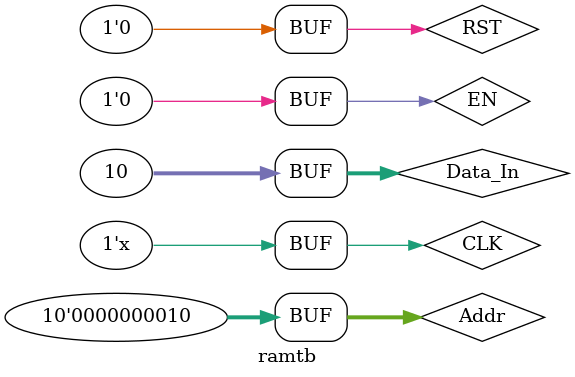
<source format=sv>
module ramtb();

logic [9:0] Addr;
logic CLK, RST;
logic [31:0] Data_In;
logic EN;
logic [31:0] Data_Out;

Ram DUT(Addr, CLK, RST, Data_In, EN, Data_Out);

initial begin

RST = 1;
CLK = 1;
EN = 0;
Addr = 10'd2;
Data_In = 32'd10;
#5;
RST = 0;
#10;
EN = 1;
#10;
EN = 0;
Addr = 10'd10;
#10;
Addr = 10'd2;
#10;

end

always 
	#5 CLK = !CLK;

endmodule 
</source>
